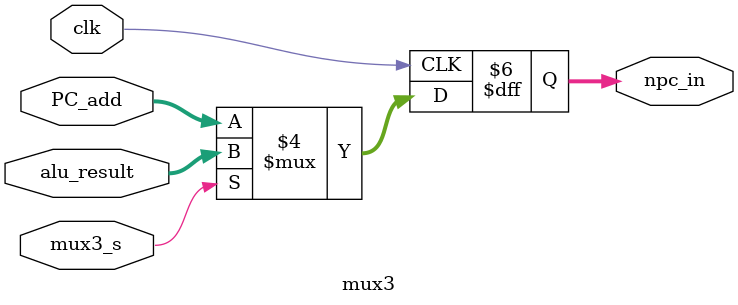
<source format=v>
`timescale 1ns / 1ps


module mux3(
    input [31:0]alu_result,
    input [31:0]PC_add,
    input clk,
    input mux3_s,//cuÖ¸Áî Ñ¡ÔñÐ´»ØµÄÐÅºÅÖÖÀà
    output reg [31:0]npc_in
    );
    always@(negedge clk)
    begin
        if(mux3_s==1)npc_in = alu_result;
        else npc_in <= PC_add;
    end

endmodule

</source>
